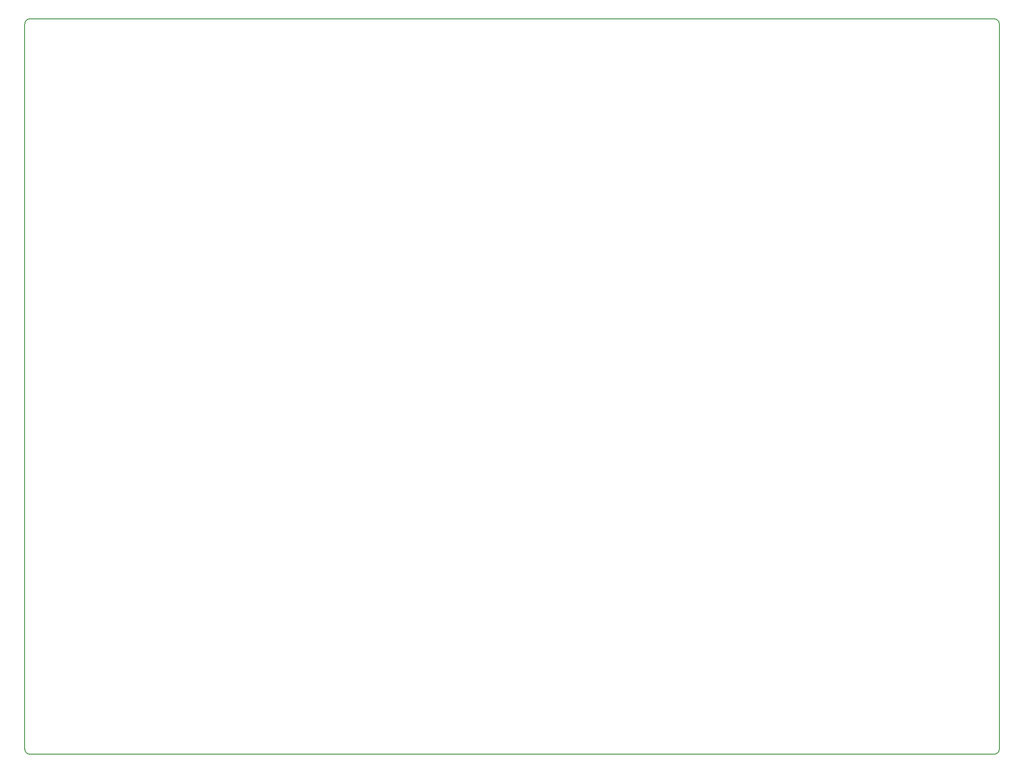
<source format=gbr>
%TF.GenerationSoftware,KiCad,Pcbnew,5.1.10-88a1d61d58~88~ubuntu20.04.1*%
%TF.CreationDate,2021-06-08T11:44:55+07:00*%
%TF.ProjectId,Analog_decoupling,416e616c-6f67-45f6-9465-636f75706c69,rev?*%
%TF.SameCoordinates,Original*%
%TF.FileFunction,Profile,NP*%
%FSLAX46Y46*%
G04 Gerber Fmt 4.6, Leading zero omitted, Abs format (unit mm)*
G04 Created by KiCad (PCBNEW 5.1.10-88a1d61d58~88~ubuntu20.04.1) date 2021-06-08 11:44:55*
%MOMM*%
%LPD*%
G01*
G04 APERTURE LIST*
%TA.AperFunction,Profile*%
%ADD10C,0.150000*%
%TD*%
G04 APERTURE END LIST*
D10*
X64465200Y-192798700D02*
G75*
G02*
X63461900Y-191795400I0J1003300D01*
G01*
X251536200Y-191795400D02*
G75*
G02*
X250532900Y-192798700I-1003300J0D01*
G01*
X250532900Y-50787300D02*
G75*
G02*
X251536200Y-51790600I0J-1003300D01*
G01*
X63461900Y-51790600D02*
G75*
G02*
X64465200Y-50787300I1003300J0D01*
G01*
X63461900Y-191795400D02*
X63461900Y-51790600D01*
X250532900Y-192798700D02*
X64465200Y-192798700D01*
X251536200Y-51790600D02*
X251536200Y-191795400D01*
X64465200Y-50787300D02*
X250532900Y-50787300D01*
M02*

</source>
